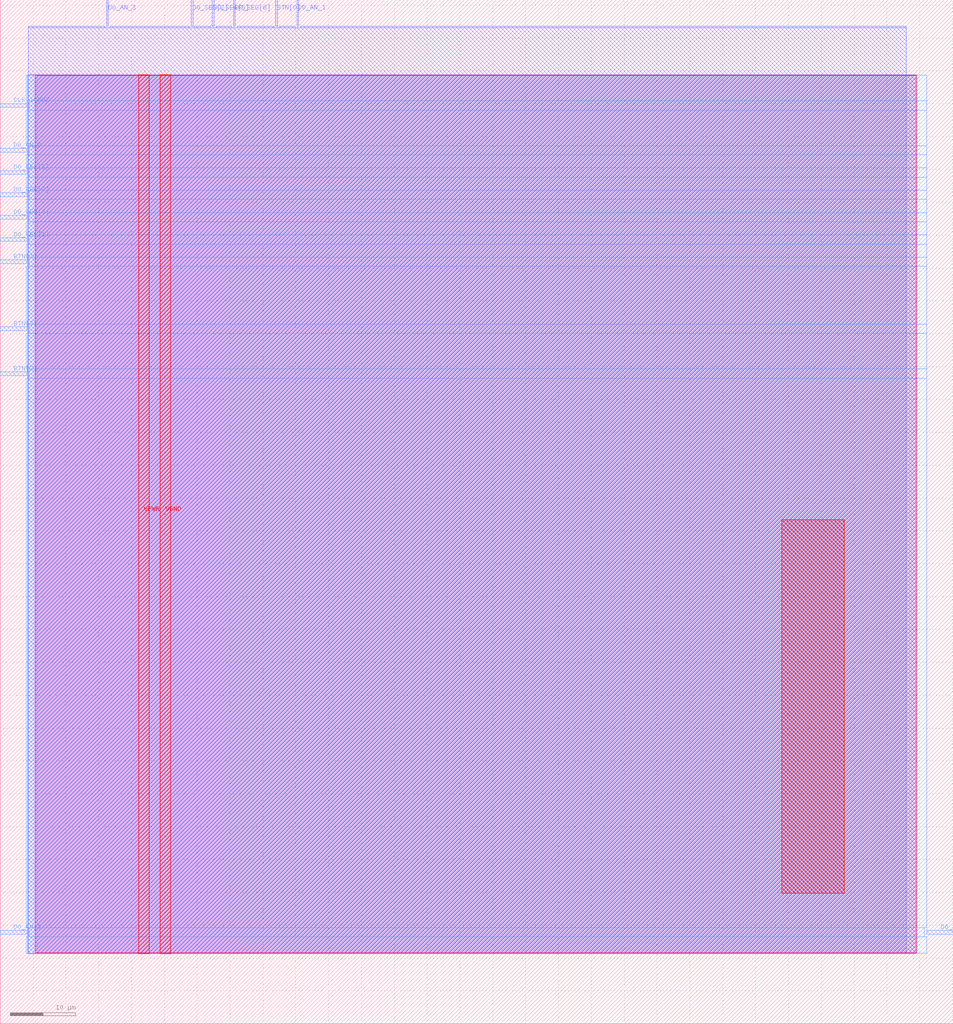
<source format=lef>
VERSION 5.7 ;
  NOWIREEXTENSIONATPIN ON ;
  DIVIDERCHAR "/" ;
  BUSBITCHARS "[]" ;
MACRO intro_2_stopwatch
  CLASS BLOCK ;
  FOREIGN intro_2_stopwatch ;
  ORIGIN 0.000 0.000 ;
  SIZE 145.100 BY 155.820 ;
  PIN BTN[0]
    DIRECTION INPUT ;
    USE SIGNAL ;
    ANTENNAGATEAREA 0.196500 ;
    PORT
      LAYER met2 ;
        RECT 41.950 151.820 42.230 155.820 ;
    END
  END BTN[0]
  PIN BTN[1]
    DIRECTION INPUT ;
    USE SIGNAL ;
    ANTENNAGATEAREA 0.196500 ;
    PORT
      LAYER met3 ;
        RECT 0.000 115.640 4.000 116.240 ;
    END
  END BTN[1]
  PIN BTN[2]
    DIRECTION INPUT ;
    USE SIGNAL ;
    ANTENNAGATEAREA 0.196500 ;
    PORT
      LAYER met3 ;
        RECT 0.000 98.640 4.000 99.240 ;
    END
  END BTN[2]
  PIN BTN[3]
    DIRECTION INPUT ;
    USE SIGNAL ;
    ANTENNAGATEAREA 0.196500 ;
    PORT
      LAYER met3 ;
        RECT 0.000 105.440 4.000 106.040 ;
    END
  END BTN[3]
  PIN CLK_10MHZ
    DIRECTION INPUT ;
    USE SIGNAL ;
    ANTENNAGATEAREA 0.852000 ;
    PORT
      LAYER met3 ;
        RECT 0.000 139.440 4.000 140.040 ;
    END
  END CLK_10MHZ
  PIN D0_AN_0
    DIRECTION OUTPUT ;
    USE SIGNAL ;
    ANTENNADIFFAREA 0.445500 ;
    PORT
      LAYER met3 ;
        RECT 0.000 132.640 4.000 133.240 ;
    END
  END D0_AN_0
  PIN D0_AN_1
    DIRECTION OUTPUT ;
    USE SIGNAL ;
    ANTENNADIFFAREA 0.445500 ;
    PORT
      LAYER met2 ;
        RECT 45.170 151.820 45.450 155.820 ;
    END
  END D0_AN_1
  PIN D0_AN_2
    DIRECTION OUTPUT ;
    USE SIGNAL ;
    PORT
      LAYER met3 ;
        RECT 0.000 13.640 4.000 14.240 ;
    END
  END D0_AN_2
  PIN D0_AN_3
    DIRECTION OUTPUT ;
    USE SIGNAL ;
    PORT
      LAYER met2 ;
        RECT 16.190 151.820 16.470 155.820 ;
    END
  END D0_AN_3
  PIN D0_SEG[0]
    DIRECTION OUTPUT ;
    USE SIGNAL ;
    ANTENNADIFFAREA 0.445500 ;
    PORT
      LAYER met3 ;
        RECT 0.000 125.840 4.000 126.440 ;
    END
  END D0_SEG[0]
  PIN D0_SEG[1]
    DIRECTION OUTPUT ;
    USE SIGNAL ;
    ANTENNADIFFAREA 0.445500 ;
    PORT
      LAYER met3 ;
        RECT 0.000 119.040 4.000 119.640 ;
    END
  END D0_SEG[1]
  PIN D0_SEG[2]
    DIRECTION OUTPUT ;
    USE SIGNAL ;
    ANTENNADIFFAREA 0.445500 ;
    PORT
      LAYER met2 ;
        RECT 29.070 151.820 29.350 155.820 ;
    END
  END D0_SEG[2]
  PIN D0_SEG[3]
    DIRECTION OUTPUT ;
    USE SIGNAL ;
    ANTENNADIFFAREA 0.445500 ;
    PORT
      LAYER met3 ;
        RECT 0.000 129.240 4.000 129.840 ;
    END
  END D0_SEG[3]
  PIN D0_SEG[4]
    DIRECTION OUTPUT ;
    USE SIGNAL ;
    ANTENNADIFFAREA 0.445500 ;
    PORT
      LAYER met3 ;
        RECT 0.000 122.440 4.000 123.040 ;
    END
  END D0_SEG[4]
  PIN D0_SEG[5]
    DIRECTION OUTPUT ;
    USE SIGNAL ;
    ANTENNADIFFAREA 0.445500 ;
    PORT
      LAYER met2 ;
        RECT 32.290 151.820 32.570 155.820 ;
    END
  END D0_SEG[5]
  PIN D0_SEG[6]
    DIRECTION OUTPUT ;
    USE SIGNAL ;
    ANTENNADIFFAREA 0.445500 ;
    PORT
      LAYER met2 ;
        RECT 35.510 151.820 35.790 155.820 ;
    END
  END D0_SEG[6]
  PIN D0_SEG[7]
    DIRECTION OUTPUT ;
    USE SIGNAL ;
    PORT
      LAYER met3 ;
        RECT 141.100 13.640 145.100 14.240 ;
    END
  END D0_SEG[7]
  PIN VGND
    DIRECTION INOUT ;
    USE GROUND ;
    PORT
      LAYER met4 ;
        RECT 24.340 10.640 25.940 144.400 ;
    END
  END VGND
  PIN VPWR
    DIRECTION INOUT ;
    USE POWER ;
    PORT
      LAYER met4 ;
        RECT 21.040 10.640 22.640 144.400 ;
    END
  END VPWR
  OBS
      LAYER nwell ;
        RECT 5.330 10.795 139.570 144.350 ;
      LAYER li1 ;
        RECT 5.520 10.795 139.380 144.245 ;
      LAYER met1 ;
        RECT 4.210 10.640 139.380 144.400 ;
      LAYER met2 ;
        RECT 4.230 151.540 15.910 151.820 ;
        RECT 16.750 151.540 28.790 151.820 ;
        RECT 29.630 151.540 32.010 151.820 ;
        RECT 32.850 151.540 35.230 151.820 ;
        RECT 36.070 151.540 41.670 151.820 ;
        RECT 42.510 151.540 44.890 151.820 ;
        RECT 45.730 151.540 137.910 151.820 ;
        RECT 4.230 10.695 137.910 151.540 ;
      LAYER met3 ;
        RECT 3.990 140.440 141.100 144.325 ;
        RECT 4.400 139.040 141.100 140.440 ;
        RECT 3.990 133.640 141.100 139.040 ;
        RECT 4.400 132.240 141.100 133.640 ;
        RECT 3.990 130.240 141.100 132.240 ;
        RECT 4.400 128.840 141.100 130.240 ;
        RECT 3.990 126.840 141.100 128.840 ;
        RECT 4.400 125.440 141.100 126.840 ;
        RECT 3.990 123.440 141.100 125.440 ;
        RECT 4.400 122.040 141.100 123.440 ;
        RECT 3.990 120.040 141.100 122.040 ;
        RECT 4.400 118.640 141.100 120.040 ;
        RECT 3.990 116.640 141.100 118.640 ;
        RECT 4.400 115.240 141.100 116.640 ;
        RECT 3.990 106.440 141.100 115.240 ;
        RECT 4.400 105.040 141.100 106.440 ;
        RECT 3.990 99.640 141.100 105.040 ;
        RECT 4.400 98.240 141.100 99.640 ;
        RECT 3.990 14.640 141.100 98.240 ;
        RECT 4.400 13.240 140.700 14.640 ;
        RECT 3.990 10.715 141.100 13.240 ;
      LAYER met4 ;
        RECT 118.975 19.895 128.505 76.665 ;
  END
END intro_2_stopwatch
END LIBRARY


</source>
